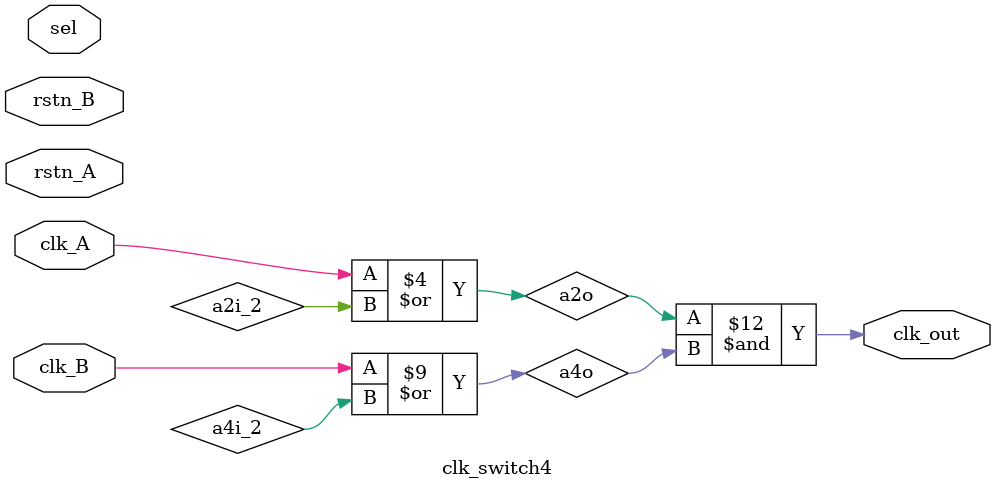
<source format=v>
module clk_switch4
(
	input    clk_A   ,
	input    clk_B   ,
	input    rstn_A  ,
	input    rstn_B  ,
	input    sel     ,
	output   clk_out  
);

//------------------------------------------------
wire    a1o;
reg     a1o_r ;
reg     a1o_sync;
wire    a2o;
wire    a3o;
reg     a3o_r;
reg     a3o_sync;
wire    a4o;
wire    a1i_2;
wire    a3i_2;

//------------ ÉÏÃæµÄµçÂ·²¿·Ö ------------------------
assign a1o = sel | a1i_2;  //A1¸ÄÎª»òÃÅÊä³ö

always @(posedge clk_A or negedge rstn_A)  
begin
	if (!rstn_A)
	begin
		a1o_r       <= 1'b0;   //³õÖµ¸ÄÁË£¬ÓÉÓÚ0±íÊ¾¿ªÆô£¬1±íÊ¾¹Ø±Õ
		a1o_sync    <= 1'b0;  //Ä¬ÈÏÉÏÃæµçÂ·ÏÈ¿ªÆô£¬ËùÒÔ³õÖµÓ¦Îª0 
	end
	else
	begin
		a1o_r       <= a1o;
		a1o_sync    <= a1o_r;
	end
end

assign a2o = clk_A | a2i_2;  //clk_AÃÅ¿Ø¸ÄÎª»òÃÅÊä³ö

//------------- ÏÂÃæµÄµçÂ·²¿·Ö -----------------------------------
assign a3o = (~sel) | a3i_2;  //A3¸ÄÎª»òÃÅÊä³ö

always @(posedge clk_B or negedge rstn_B)  //ÉÏÉýÑØ²ÉÑùµÄÍ¬²½Æ÷
begin
	if (!rstn_B)
	begin
		a3o_r       <= 1'b1; //³õÖµ¸ÄÎª1£¬¼´Ä¬ÈÏ¹Ø±Õ
		a3o_sync    <= 1'b1;
	end
	else
	begin
		a3o_r       <= a3o;
		a3o_sync    <= a3o_r;
	end
end

assign a4o = clk_B | a4i_2; //clk_BÃÅ¿Ø¸ÄÎªÊä³ö


//------------- Á½¸öµçÂ·½»²æµÄ·ÇÃÅ²¿·Ö -----------------------------------
assign a1i_2 = ~a3o_sync;
assign a3i_2 = ~a1o_sync;


//-------------- ¸ÄÎªÓëÃÅÊä³ö ----------------------------------
assign clk_out = a2o & a4o;


endmodule


</source>
